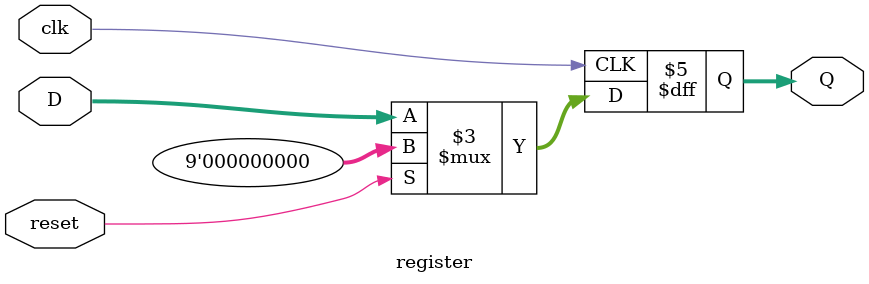
<source format=v>
module register(D, clk, reset, Q);
	
	// inputs
	input [8:0] D;
	input clk, reset;
	
	// output
	output [8:0] Q;
	reg [8:0] Q;
	
	// assign value or reset Q when clk signal comes
	always @ (posedge clk)
	begin
		if (reset)
			Q = 0; // reset output
		else
			Q = D; // assign value of D to Q
	end
	
endmodule
</source>
